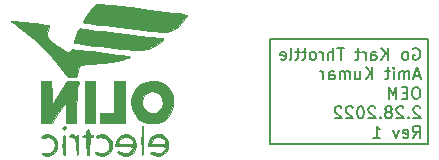
<source format=gbo>
G04 #@! TF.GenerationSoftware,KiCad,Pcbnew,5.1.10*
G04 #@! TF.CreationDate,2022-03-08T21:35:18-05:00*
G04 #@! TF.ProjectId,throttle,7468726f-7474-46c6-952e-6b696361645f,Rev 2*
G04 #@! TF.SameCoordinates,Original*
G04 #@! TF.FileFunction,Legend,Bot*
G04 #@! TF.FilePolarity,Positive*
%FSLAX46Y46*%
G04 Gerber Fmt 4.6, Leading zero omitted, Abs format (unit mm)*
G04 Created by KiCad (PCBNEW 5.1.10) date 2022-03-08 21:35:18*
%MOMM*%
%LPD*%
G01*
G04 APERTURE LIST*
%ADD10C,0.150000*%
%ADD11C,0.010000*%
G04 APERTURE END LIST*
D10*
X205232000Y-98044000D02*
X191897000Y-98044000D01*
X191897000Y-98171000D02*
X191897000Y-98044000D01*
X191897000Y-98425000D02*
X191897000Y-98171000D01*
X191897000Y-106934000D02*
X191897000Y-98425000D01*
X196850000Y-106934000D02*
X191897000Y-106934000D01*
X205232000Y-106934000D02*
X196850000Y-106934000D01*
X205232000Y-98044000D02*
X205232000Y-106934000D01*
X203991595Y-98816000D02*
X204086833Y-98768380D01*
X204229690Y-98768380D01*
X204372547Y-98816000D01*
X204467785Y-98911238D01*
X204515404Y-99006476D01*
X204563023Y-99196952D01*
X204563023Y-99339809D01*
X204515404Y-99530285D01*
X204467785Y-99625523D01*
X204372547Y-99720761D01*
X204229690Y-99768380D01*
X204134452Y-99768380D01*
X203991595Y-99720761D01*
X203943976Y-99673142D01*
X203943976Y-99339809D01*
X204134452Y-99339809D01*
X203372547Y-99768380D02*
X203467785Y-99720761D01*
X203515404Y-99673142D01*
X203563023Y-99577904D01*
X203563023Y-99292190D01*
X203515404Y-99196952D01*
X203467785Y-99149333D01*
X203372547Y-99101714D01*
X203229690Y-99101714D01*
X203134452Y-99149333D01*
X203086833Y-99196952D01*
X203039214Y-99292190D01*
X203039214Y-99577904D01*
X203086833Y-99673142D01*
X203134452Y-99720761D01*
X203229690Y-99768380D01*
X203372547Y-99768380D01*
X201848738Y-99768380D02*
X201848738Y-98768380D01*
X201277309Y-99768380D02*
X201705880Y-99196952D01*
X201277309Y-98768380D02*
X201848738Y-99339809D01*
X200420166Y-99768380D02*
X200420166Y-99244571D01*
X200467785Y-99149333D01*
X200563023Y-99101714D01*
X200753500Y-99101714D01*
X200848738Y-99149333D01*
X200420166Y-99720761D02*
X200515404Y-99768380D01*
X200753500Y-99768380D01*
X200848738Y-99720761D01*
X200896357Y-99625523D01*
X200896357Y-99530285D01*
X200848738Y-99435047D01*
X200753500Y-99387428D01*
X200515404Y-99387428D01*
X200420166Y-99339809D01*
X199943976Y-99768380D02*
X199943976Y-99101714D01*
X199943976Y-99292190D02*
X199896357Y-99196952D01*
X199848738Y-99149333D01*
X199753500Y-99101714D01*
X199658261Y-99101714D01*
X199467785Y-99101714D02*
X199086833Y-99101714D01*
X199324928Y-98768380D02*
X199324928Y-99625523D01*
X199277309Y-99720761D01*
X199182071Y-99768380D01*
X199086833Y-99768380D01*
X198134452Y-98768380D02*
X197563023Y-98768380D01*
X197848738Y-99768380D02*
X197848738Y-98768380D01*
X197229690Y-99768380D02*
X197229690Y-98768380D01*
X196801119Y-99768380D02*
X196801119Y-99244571D01*
X196848738Y-99149333D01*
X196943976Y-99101714D01*
X197086833Y-99101714D01*
X197182071Y-99149333D01*
X197229690Y-99196952D01*
X196324928Y-99768380D02*
X196324928Y-99101714D01*
X196324928Y-99292190D02*
X196277309Y-99196952D01*
X196229690Y-99149333D01*
X196134452Y-99101714D01*
X196039214Y-99101714D01*
X195563023Y-99768380D02*
X195658261Y-99720761D01*
X195705880Y-99673142D01*
X195753500Y-99577904D01*
X195753500Y-99292190D01*
X195705880Y-99196952D01*
X195658261Y-99149333D01*
X195563023Y-99101714D01*
X195420166Y-99101714D01*
X195324928Y-99149333D01*
X195277309Y-99196952D01*
X195229690Y-99292190D01*
X195229690Y-99577904D01*
X195277309Y-99673142D01*
X195324928Y-99720761D01*
X195420166Y-99768380D01*
X195563023Y-99768380D01*
X194943976Y-99101714D02*
X194563023Y-99101714D01*
X194801119Y-98768380D02*
X194801119Y-99625523D01*
X194753500Y-99720761D01*
X194658261Y-99768380D01*
X194563023Y-99768380D01*
X194372547Y-99101714D02*
X193991595Y-99101714D01*
X194229690Y-98768380D02*
X194229690Y-99625523D01*
X194182071Y-99720761D01*
X194086833Y-99768380D01*
X193991595Y-99768380D01*
X193515404Y-99768380D02*
X193610642Y-99720761D01*
X193658261Y-99625523D01*
X193658261Y-98768380D01*
X192753500Y-99720761D02*
X192848738Y-99768380D01*
X193039214Y-99768380D01*
X193134452Y-99720761D01*
X193182071Y-99625523D01*
X193182071Y-99244571D01*
X193134452Y-99149333D01*
X193039214Y-99101714D01*
X192848738Y-99101714D01*
X192753500Y-99149333D01*
X192705880Y-99244571D01*
X192705880Y-99339809D01*
X193182071Y-99435047D01*
X204563023Y-101132666D02*
X204086833Y-101132666D01*
X204658261Y-101418380D02*
X204324928Y-100418380D01*
X203991595Y-101418380D01*
X203658261Y-101418380D02*
X203658261Y-100751714D01*
X203658261Y-100846952D02*
X203610642Y-100799333D01*
X203515404Y-100751714D01*
X203372547Y-100751714D01*
X203277309Y-100799333D01*
X203229690Y-100894571D01*
X203229690Y-101418380D01*
X203229690Y-100894571D02*
X203182071Y-100799333D01*
X203086833Y-100751714D01*
X202943976Y-100751714D01*
X202848738Y-100799333D01*
X202801119Y-100894571D01*
X202801119Y-101418380D01*
X202324928Y-101418380D02*
X202324928Y-100751714D01*
X202324928Y-100418380D02*
X202372547Y-100466000D01*
X202324928Y-100513619D01*
X202277309Y-100466000D01*
X202324928Y-100418380D01*
X202324928Y-100513619D01*
X201991595Y-100751714D02*
X201610642Y-100751714D01*
X201848738Y-100418380D02*
X201848738Y-101275523D01*
X201801119Y-101370761D01*
X201705880Y-101418380D01*
X201610642Y-101418380D01*
X200515404Y-101418380D02*
X200515404Y-100418380D01*
X199943976Y-101418380D02*
X200372547Y-100846952D01*
X199943976Y-100418380D02*
X200515404Y-100989809D01*
X199086833Y-100751714D02*
X199086833Y-101418380D01*
X199515404Y-100751714D02*
X199515404Y-101275523D01*
X199467785Y-101370761D01*
X199372547Y-101418380D01*
X199229690Y-101418380D01*
X199134452Y-101370761D01*
X199086833Y-101323142D01*
X198610642Y-101418380D02*
X198610642Y-100751714D01*
X198610642Y-100846952D02*
X198563023Y-100799333D01*
X198467785Y-100751714D01*
X198324928Y-100751714D01*
X198229690Y-100799333D01*
X198182071Y-100894571D01*
X198182071Y-101418380D01*
X198182071Y-100894571D02*
X198134452Y-100799333D01*
X198039214Y-100751714D01*
X197896357Y-100751714D01*
X197801119Y-100799333D01*
X197753500Y-100894571D01*
X197753500Y-101418380D01*
X196848738Y-101418380D02*
X196848738Y-100894571D01*
X196896357Y-100799333D01*
X196991595Y-100751714D01*
X197182071Y-100751714D01*
X197277309Y-100799333D01*
X196848738Y-101370761D02*
X196943976Y-101418380D01*
X197182071Y-101418380D01*
X197277309Y-101370761D01*
X197324928Y-101275523D01*
X197324928Y-101180285D01*
X197277309Y-101085047D01*
X197182071Y-101037428D01*
X196943976Y-101037428D01*
X196848738Y-100989809D01*
X196372547Y-101418380D02*
X196372547Y-100751714D01*
X196372547Y-100942190D02*
X196324928Y-100846952D01*
X196277309Y-100799333D01*
X196182071Y-100751714D01*
X196086833Y-100751714D01*
X204324928Y-102068380D02*
X204134452Y-102068380D01*
X204039214Y-102116000D01*
X203943976Y-102211238D01*
X203896357Y-102401714D01*
X203896357Y-102735047D01*
X203943976Y-102925523D01*
X204039214Y-103020761D01*
X204134452Y-103068380D01*
X204324928Y-103068380D01*
X204420166Y-103020761D01*
X204515404Y-102925523D01*
X204563023Y-102735047D01*
X204563023Y-102401714D01*
X204515404Y-102211238D01*
X204420166Y-102116000D01*
X204324928Y-102068380D01*
X203467785Y-102544571D02*
X203134452Y-102544571D01*
X202991595Y-103068380D02*
X203467785Y-103068380D01*
X203467785Y-102068380D01*
X202991595Y-102068380D01*
X202563023Y-103068380D02*
X202563023Y-102068380D01*
X202229690Y-102782666D01*
X201896357Y-102068380D01*
X201896357Y-103068380D01*
X204563023Y-103813619D02*
X204515404Y-103766000D01*
X204420166Y-103718380D01*
X204182071Y-103718380D01*
X204086833Y-103766000D01*
X204039214Y-103813619D01*
X203991595Y-103908857D01*
X203991595Y-104004095D01*
X204039214Y-104146952D01*
X204610642Y-104718380D01*
X203991595Y-104718380D01*
X203563023Y-104623142D02*
X203515404Y-104670761D01*
X203563023Y-104718380D01*
X203610642Y-104670761D01*
X203563023Y-104623142D01*
X203563023Y-104718380D01*
X203134452Y-103813619D02*
X203086833Y-103766000D01*
X202991595Y-103718380D01*
X202753500Y-103718380D01*
X202658261Y-103766000D01*
X202610642Y-103813619D01*
X202563023Y-103908857D01*
X202563023Y-104004095D01*
X202610642Y-104146952D01*
X203182071Y-104718380D01*
X202563023Y-104718380D01*
X201991595Y-104146952D02*
X202086833Y-104099333D01*
X202134452Y-104051714D01*
X202182071Y-103956476D01*
X202182071Y-103908857D01*
X202134452Y-103813619D01*
X202086833Y-103766000D01*
X201991595Y-103718380D01*
X201801119Y-103718380D01*
X201705880Y-103766000D01*
X201658261Y-103813619D01*
X201610642Y-103908857D01*
X201610642Y-103956476D01*
X201658261Y-104051714D01*
X201705880Y-104099333D01*
X201801119Y-104146952D01*
X201991595Y-104146952D01*
X202086833Y-104194571D01*
X202134452Y-104242190D01*
X202182071Y-104337428D01*
X202182071Y-104527904D01*
X202134452Y-104623142D01*
X202086833Y-104670761D01*
X201991595Y-104718380D01*
X201801119Y-104718380D01*
X201705880Y-104670761D01*
X201658261Y-104623142D01*
X201610642Y-104527904D01*
X201610642Y-104337428D01*
X201658261Y-104242190D01*
X201705880Y-104194571D01*
X201801119Y-104146952D01*
X201182071Y-104623142D02*
X201134452Y-104670761D01*
X201182071Y-104718380D01*
X201229690Y-104670761D01*
X201182071Y-104623142D01*
X201182071Y-104718380D01*
X200753500Y-103813619D02*
X200705880Y-103766000D01*
X200610642Y-103718380D01*
X200372547Y-103718380D01*
X200277309Y-103766000D01*
X200229690Y-103813619D01*
X200182071Y-103908857D01*
X200182071Y-104004095D01*
X200229690Y-104146952D01*
X200801119Y-104718380D01*
X200182071Y-104718380D01*
X199563023Y-103718380D02*
X199467785Y-103718380D01*
X199372547Y-103766000D01*
X199324928Y-103813619D01*
X199277309Y-103908857D01*
X199229690Y-104099333D01*
X199229690Y-104337428D01*
X199277309Y-104527904D01*
X199324928Y-104623142D01*
X199372547Y-104670761D01*
X199467785Y-104718380D01*
X199563023Y-104718380D01*
X199658261Y-104670761D01*
X199705880Y-104623142D01*
X199753500Y-104527904D01*
X199801119Y-104337428D01*
X199801119Y-104099333D01*
X199753500Y-103908857D01*
X199705880Y-103813619D01*
X199658261Y-103766000D01*
X199563023Y-103718380D01*
X198848738Y-103813619D02*
X198801119Y-103766000D01*
X198705880Y-103718380D01*
X198467785Y-103718380D01*
X198372547Y-103766000D01*
X198324928Y-103813619D01*
X198277309Y-103908857D01*
X198277309Y-104004095D01*
X198324928Y-104146952D01*
X198896357Y-104718380D01*
X198277309Y-104718380D01*
X197896357Y-103813619D02*
X197848738Y-103766000D01*
X197753500Y-103718380D01*
X197515404Y-103718380D01*
X197420166Y-103766000D01*
X197372547Y-103813619D01*
X197324928Y-103908857D01*
X197324928Y-104004095D01*
X197372547Y-104146952D01*
X197943976Y-104718380D01*
X197324928Y-104718380D01*
X203943976Y-106368380D02*
X204277309Y-105892190D01*
X204515404Y-106368380D02*
X204515404Y-105368380D01*
X204134452Y-105368380D01*
X204039214Y-105416000D01*
X203991595Y-105463619D01*
X203943976Y-105558857D01*
X203943976Y-105701714D01*
X203991595Y-105796952D01*
X204039214Y-105844571D01*
X204134452Y-105892190D01*
X204515404Y-105892190D01*
X203134452Y-106320761D02*
X203229690Y-106368380D01*
X203420166Y-106368380D01*
X203515404Y-106320761D01*
X203563023Y-106225523D01*
X203563023Y-105844571D01*
X203515404Y-105749333D01*
X203420166Y-105701714D01*
X203229690Y-105701714D01*
X203134452Y-105749333D01*
X203086833Y-105844571D01*
X203086833Y-105939809D01*
X203563023Y-106035047D01*
X202753500Y-105701714D02*
X202515404Y-106368380D01*
X202277309Y-105701714D01*
X200610642Y-106368380D02*
X201182071Y-106368380D01*
X200896357Y-106368380D02*
X200896357Y-105368380D01*
X200991595Y-105511238D01*
X201086833Y-105606476D01*
X201182071Y-105654095D01*
D11*
G36*
X182306268Y-106092434D02*
G01*
X181960491Y-106206567D01*
X181707191Y-106425587D01*
X181577836Y-106717944D01*
X181567667Y-106832888D01*
X181567667Y-107082167D01*
X182287333Y-107082167D01*
X182683430Y-107093817D01*
X182922924Y-107134879D01*
X183017329Y-107214513D01*
X182978161Y-107341884D01*
X182829548Y-107513619D01*
X182597996Y-107635388D01*
X182281919Y-107655831D01*
X181934058Y-107572776D01*
X181885167Y-107552477D01*
X181763856Y-107537626D01*
X181737000Y-107619462D01*
X181815680Y-107734292D01*
X182028107Y-107832056D01*
X182054500Y-107839715D01*
X182314626Y-107905632D01*
X182485504Y-107915717D01*
X182640124Y-107862636D01*
X182811097Y-107763714D01*
X183089345Y-107536392D01*
X183229488Y-107255659D01*
X183261000Y-106952266D01*
X183233316Y-106756622D01*
X183007000Y-106756622D01*
X182988339Y-106836863D01*
X182909339Y-106883969D01*
X182735475Y-106906435D01*
X182432224Y-106912753D01*
X182372000Y-106912833D01*
X182068450Y-106908137D01*
X181843910Y-106895714D01*
X181739767Y-106878065D01*
X181737000Y-106874484D01*
X181768381Y-106777683D01*
X181836182Y-106618454D01*
X181997529Y-106427576D01*
X182233485Y-106328774D01*
X182498223Y-106316639D01*
X182745917Y-106385764D01*
X182930739Y-106530741D01*
X183006864Y-106746161D01*
X183007000Y-106756622D01*
X183233316Y-106756622D01*
X183226925Y-106711462D01*
X183102207Y-106496235D01*
X182962303Y-106343202D01*
X182765969Y-106163698D01*
X182607056Y-106085171D01*
X182412968Y-106079871D01*
X182306268Y-106092434D01*
G37*
X182306268Y-106092434D02*
X181960491Y-106206567D01*
X181707191Y-106425587D01*
X181577836Y-106717944D01*
X181567667Y-106832888D01*
X181567667Y-107082167D01*
X182287333Y-107082167D01*
X182683430Y-107093817D01*
X182922924Y-107134879D01*
X183017329Y-107214513D01*
X182978161Y-107341884D01*
X182829548Y-107513619D01*
X182597996Y-107635388D01*
X182281919Y-107655831D01*
X181934058Y-107572776D01*
X181885167Y-107552477D01*
X181763856Y-107537626D01*
X181737000Y-107619462D01*
X181815680Y-107734292D01*
X182028107Y-107832056D01*
X182054500Y-107839715D01*
X182314626Y-107905632D01*
X182485504Y-107915717D01*
X182640124Y-107862636D01*
X182811097Y-107763714D01*
X183089345Y-107536392D01*
X183229488Y-107255659D01*
X183261000Y-106952266D01*
X183233316Y-106756622D01*
X183007000Y-106756622D01*
X182988339Y-106836863D01*
X182909339Y-106883969D01*
X182735475Y-106906435D01*
X182432224Y-106912753D01*
X182372000Y-106912833D01*
X182068450Y-106908137D01*
X181843910Y-106895714D01*
X181739767Y-106878065D01*
X181737000Y-106874484D01*
X181768381Y-106777683D01*
X181836182Y-106618454D01*
X181997529Y-106427576D01*
X182233485Y-106328774D01*
X182498223Y-106316639D01*
X182745917Y-106385764D01*
X182930739Y-106530741D01*
X183006864Y-106746161D01*
X183007000Y-106756622D01*
X183233316Y-106756622D01*
X183226925Y-106711462D01*
X183102207Y-106496235D01*
X182962303Y-106343202D01*
X182765969Y-106163698D01*
X182607056Y-106085171D01*
X182412968Y-106079871D01*
X182306268Y-106092434D01*
G36*
X179351538Y-106135688D02*
G01*
X179103661Y-106311253D01*
X178897323Y-106544249D01*
X178782776Y-106785744D01*
X178773667Y-106862033D01*
X178773667Y-107082167D01*
X179535667Y-107082167D01*
X179922186Y-107091609D01*
X180181344Y-107118477D01*
X180294284Y-107160579D01*
X180297667Y-107170682D01*
X180242598Y-107285611D01*
X180108180Y-107448340D01*
X180089849Y-107467015D01*
X179812472Y-107634531D01*
X179485651Y-107670431D01*
X179172376Y-107569721D01*
X179131172Y-107543032D01*
X178995319Y-107458674D01*
X178947838Y-107479557D01*
X178943000Y-107547352D01*
X179014868Y-107658065D01*
X179190582Y-107779642D01*
X179410309Y-107879564D01*
X179614212Y-107925310D01*
X179638781Y-107925519D01*
X179785648Y-107891327D01*
X180000023Y-107812237D01*
X180025669Y-107801274D01*
X180305636Y-107603525D01*
X180464364Y-107331879D01*
X180510552Y-107021020D01*
X180471327Y-106806448D01*
X180292505Y-106806448D01*
X180181612Y-106876450D01*
X179923912Y-106907819D01*
X179662667Y-106912833D01*
X179336488Y-106908242D01*
X179144999Y-106888808D01*
X179053675Y-106846038D01*
X179027992Y-106771437D01*
X179027667Y-106756622D01*
X179099692Y-106537672D01*
X179284875Y-106386201D01*
X179536876Y-106312814D01*
X179809357Y-106328117D01*
X180055978Y-106442717D01*
X180125035Y-106505465D01*
X180269382Y-106686543D01*
X180292505Y-106806448D01*
X180471327Y-106806448D01*
X180452897Y-106705637D01*
X180300095Y-106420416D01*
X180060845Y-106200044D01*
X179743842Y-106079208D01*
X179590700Y-106066483D01*
X179351538Y-106135688D01*
G37*
X179351538Y-106135688D02*
X179103661Y-106311253D01*
X178897323Y-106544249D01*
X178782776Y-106785744D01*
X178773667Y-106862033D01*
X178773667Y-107082167D01*
X179535667Y-107082167D01*
X179922186Y-107091609D01*
X180181344Y-107118477D01*
X180294284Y-107160579D01*
X180297667Y-107170682D01*
X180242598Y-107285611D01*
X180108180Y-107448340D01*
X180089849Y-107467015D01*
X179812472Y-107634531D01*
X179485651Y-107670431D01*
X179172376Y-107569721D01*
X179131172Y-107543032D01*
X178995319Y-107458674D01*
X178947838Y-107479557D01*
X178943000Y-107547352D01*
X179014868Y-107658065D01*
X179190582Y-107779642D01*
X179410309Y-107879564D01*
X179614212Y-107925310D01*
X179638781Y-107925519D01*
X179785648Y-107891327D01*
X180000023Y-107812237D01*
X180025669Y-107801274D01*
X180305636Y-107603525D01*
X180464364Y-107331879D01*
X180510552Y-107021020D01*
X180471327Y-106806448D01*
X180292505Y-106806448D01*
X180181612Y-106876450D01*
X179923912Y-106907819D01*
X179662667Y-106912833D01*
X179336488Y-106908242D01*
X179144999Y-106888808D01*
X179053675Y-106846038D01*
X179027992Y-106771437D01*
X179027667Y-106756622D01*
X179099692Y-106537672D01*
X179284875Y-106386201D01*
X179536876Y-106312814D01*
X179809357Y-106328117D01*
X180055978Y-106442717D01*
X180125035Y-106505465D01*
X180269382Y-106686543D01*
X180292505Y-106806448D01*
X180471327Y-106806448D01*
X180452897Y-106705637D01*
X180300095Y-106420416D01*
X180060845Y-106200044D01*
X179743842Y-106079208D01*
X179590700Y-106066483D01*
X179351538Y-106135688D01*
G36*
X177325528Y-106121603D02*
G01*
X177285521Y-106138380D01*
X177113314Y-106242877D01*
X177100121Y-106317315D01*
X177236774Y-106351354D01*
X177464895Y-106340687D01*
X177831527Y-106360598D01*
X178092850Y-106508194D01*
X178238287Y-106774685D01*
X178265667Y-107006113D01*
X178192769Y-107312094D01*
X178000952Y-107537538D01*
X177730530Y-107659515D01*
X177421818Y-107655093D01*
X177244101Y-107587188D01*
X177116415Y-107543352D01*
X177080411Y-107616969D01*
X177080333Y-107624524D01*
X177103306Y-107737808D01*
X177201237Y-107808619D01*
X177417648Y-107865485D01*
X177461333Y-107874244D01*
X177731989Y-107874301D01*
X177979637Y-107808188D01*
X178298957Y-107587309D01*
X178479542Y-107271145D01*
X178519667Y-106985157D01*
X178446281Y-106647058D01*
X178251745Y-106365286D01*
X177974488Y-106166207D01*
X177652939Y-106076190D01*
X177325528Y-106121603D01*
G37*
X177325528Y-106121603D02*
X177285521Y-106138380D01*
X177113314Y-106242877D01*
X177100121Y-106317315D01*
X177236774Y-106351354D01*
X177464895Y-106340687D01*
X177831527Y-106360598D01*
X178092850Y-106508194D01*
X178238287Y-106774685D01*
X178265667Y-107006113D01*
X178192769Y-107312094D01*
X178000952Y-107537538D01*
X177730530Y-107659515D01*
X177421818Y-107655093D01*
X177244101Y-107587188D01*
X177116415Y-107543352D01*
X177080411Y-107616969D01*
X177080333Y-107624524D01*
X177103306Y-107737808D01*
X177201237Y-107808619D01*
X177417648Y-107865485D01*
X177461333Y-107874244D01*
X177731989Y-107874301D01*
X177979637Y-107808188D01*
X178298957Y-107587309D01*
X178479542Y-107271145D01*
X178519667Y-106985157D01*
X178446281Y-106647058D01*
X178251745Y-106365286D01*
X177974488Y-106166207D01*
X177652939Y-106076190D01*
X177325528Y-106121603D01*
G36*
X172642258Y-106117558D02*
G01*
X172525496Y-106221636D01*
X172508333Y-106284775D01*
X172561485Y-106360998D01*
X172738204Y-106354469D01*
X172759219Y-106350423D01*
X173130753Y-106338426D01*
X173413454Y-106465116D01*
X173566923Y-106659329D01*
X173653248Y-106982063D01*
X173571673Y-107287373D01*
X173393533Y-107509070D01*
X173215782Y-107634475D01*
X173008882Y-107666597D01*
X172850363Y-107652155D01*
X172614474Y-107643923D01*
X172516271Y-107688318D01*
X172566997Y-107767861D01*
X172725512Y-107846262D01*
X172904328Y-107907692D01*
X173035623Y-107913997D01*
X173199999Y-107859905D01*
X173322971Y-107807174D01*
X173641082Y-107588662D01*
X173821017Y-107273009D01*
X173863000Y-106970194D01*
X173787344Y-106627559D01*
X173586383Y-106344552D01*
X173299124Y-106148419D01*
X172964578Y-106066407D01*
X172642258Y-106117558D01*
G37*
X172642258Y-106117558D02*
X172525496Y-106221636D01*
X172508333Y-106284775D01*
X172561485Y-106360998D01*
X172738204Y-106354469D01*
X172759219Y-106350423D01*
X173130753Y-106338426D01*
X173413454Y-106465116D01*
X173566923Y-106659329D01*
X173653248Y-106982063D01*
X173571673Y-107287373D01*
X173393533Y-107509070D01*
X173215782Y-107634475D01*
X173008882Y-107666597D01*
X172850363Y-107652155D01*
X172614474Y-107643923D01*
X172516271Y-107688318D01*
X172566997Y-107767861D01*
X172725512Y-107846262D01*
X172904328Y-107907692D01*
X173035623Y-107913997D01*
X173199999Y-107859905D01*
X173322971Y-107807174D01*
X173641082Y-107588662D01*
X173821017Y-107273009D01*
X173863000Y-106970194D01*
X173787344Y-106627559D01*
X173586383Y-106344552D01*
X173299124Y-106148419D01*
X172964578Y-106066407D01*
X172642258Y-106117558D01*
G36*
X181024760Y-105470896D02*
G01*
X180998321Y-105706991D01*
X180981394Y-106081984D01*
X180975024Y-106580735D01*
X180975000Y-106616500D01*
X180980660Y-107122654D01*
X180996942Y-107506016D01*
X181022804Y-107751451D01*
X181057200Y-107843821D01*
X181059667Y-107844167D01*
X181094574Y-107762104D01*
X181121013Y-107526008D01*
X181137939Y-107151016D01*
X181144310Y-106652264D01*
X181144333Y-106616500D01*
X181138674Y-106110346D01*
X181122392Y-105726983D01*
X181096530Y-105481548D01*
X181062133Y-105389179D01*
X181059667Y-105388833D01*
X181024760Y-105470896D01*
G37*
X181024760Y-105470896D02*
X180998321Y-105706991D01*
X180981394Y-106081984D01*
X180975024Y-106580735D01*
X180975000Y-106616500D01*
X180980660Y-107122654D01*
X180996942Y-107506016D01*
X181022804Y-107751451D01*
X181057200Y-107843821D01*
X181059667Y-107844167D01*
X181094574Y-107762104D01*
X181121013Y-107526008D01*
X181137939Y-107151016D01*
X181144310Y-106652264D01*
X181144333Y-106616500D01*
X181138674Y-106110346D01*
X181122392Y-105726983D01*
X181096530Y-105481548D01*
X181062133Y-105389179D01*
X181059667Y-105388833D01*
X181024760Y-105470896D01*
G36*
X176344507Y-105718561D02*
G01*
X176318333Y-105896833D01*
X176291723Y-106082753D01*
X176192712Y-106148213D01*
X176149000Y-106150833D01*
X176011420Y-106186289D01*
X175979667Y-106235500D01*
X176050579Y-106304290D01*
X176149000Y-106320167D01*
X176229452Y-106332899D01*
X176279444Y-106392582D01*
X176306137Y-106531446D01*
X176316694Y-106781719D01*
X176318333Y-107082167D01*
X176323283Y-107453916D01*
X176341346Y-107685474D01*
X176377345Y-107805778D01*
X176436104Y-107843765D01*
X176445333Y-107844167D01*
X176507292Y-107814471D01*
X176545885Y-107706094D01*
X176565935Y-107490097D01*
X176572267Y-107137541D01*
X176572333Y-107082167D01*
X176575163Y-106720132D01*
X176588426Y-106495169D01*
X176619285Y-106375050D01*
X176674901Y-106327546D01*
X176741667Y-106320167D01*
X176879247Y-106284710D01*
X176911000Y-106235500D01*
X176840088Y-106166710D01*
X176741667Y-106150833D01*
X176617720Y-106110917D01*
X176574080Y-105962400D01*
X176572333Y-105896833D01*
X176534469Y-105695181D01*
X176445333Y-105642833D01*
X176344507Y-105718561D01*
G37*
X176344507Y-105718561D02*
X176318333Y-105896833D01*
X176291723Y-106082753D01*
X176192712Y-106148213D01*
X176149000Y-106150833D01*
X176011420Y-106186289D01*
X175979667Y-106235500D01*
X176050579Y-106304290D01*
X176149000Y-106320167D01*
X176229452Y-106332899D01*
X176279444Y-106392582D01*
X176306137Y-106531446D01*
X176316694Y-106781719D01*
X176318333Y-107082167D01*
X176323283Y-107453916D01*
X176341346Y-107685474D01*
X176377345Y-107805778D01*
X176436104Y-107843765D01*
X176445333Y-107844167D01*
X176507292Y-107814471D01*
X176545885Y-107706094D01*
X176565935Y-107490097D01*
X176572267Y-107137541D01*
X176572333Y-107082167D01*
X176575163Y-106720132D01*
X176588426Y-106495169D01*
X176619285Y-106375050D01*
X176674901Y-106327546D01*
X176741667Y-106320167D01*
X176879247Y-106284710D01*
X176911000Y-106235500D01*
X176840088Y-106166710D01*
X176741667Y-106150833D01*
X176617720Y-106110917D01*
X176574080Y-105962400D01*
X176572333Y-105896833D01*
X176534469Y-105695181D01*
X176445333Y-105642833D01*
X176344507Y-105718561D01*
G36*
X174883814Y-106155012D02*
G01*
X174879000Y-106193167D01*
X174952438Y-106295409D01*
X175087688Y-106320167D01*
X175265200Y-106363350D01*
X175382517Y-106506882D01*
X175448338Y-106771737D01*
X175471363Y-107178887D01*
X175471667Y-107245934D01*
X175482759Y-107552081D01*
X175512531Y-107763873D01*
X175555723Y-107844153D01*
X175556333Y-107844167D01*
X175595665Y-107763671D01*
X175624102Y-107538450D01*
X175639203Y-107192897D01*
X175641000Y-106997500D01*
X175632951Y-106604180D01*
X175610428Y-106319816D01*
X175575873Y-106168805D01*
X175556333Y-106150833D01*
X175476276Y-106216869D01*
X175471667Y-106248622D01*
X175422759Y-106278890D01*
X175316833Y-106206289D01*
X175133633Y-106093187D01*
X174972325Y-106075586D01*
X174883814Y-106155012D01*
G37*
X174883814Y-106155012D02*
X174879000Y-106193167D01*
X174952438Y-106295409D01*
X175087688Y-106320167D01*
X175265200Y-106363350D01*
X175382517Y-106506882D01*
X175448338Y-106771737D01*
X175471363Y-107178887D01*
X175471667Y-107245934D01*
X175482759Y-107552081D01*
X175512531Y-107763873D01*
X175555723Y-107844153D01*
X175556333Y-107844167D01*
X175595665Y-107763671D01*
X175624102Y-107538450D01*
X175639203Y-107192897D01*
X175641000Y-106997500D01*
X175632951Y-106604180D01*
X175610428Y-106319816D01*
X175575873Y-106168805D01*
X175556333Y-106150833D01*
X175476276Y-106216869D01*
X175471667Y-106248622D01*
X175422759Y-106278890D01*
X175316833Y-106206289D01*
X175133633Y-106093187D01*
X174972325Y-106075586D01*
X174883814Y-106155012D01*
G36*
X174354111Y-106178811D02*
G01*
X174316089Y-106281314D01*
X174295089Y-106486193D01*
X174286935Y-106821301D01*
X174286333Y-106997500D01*
X174290530Y-107392318D01*
X174305906Y-107645800D01*
X174336638Y-107785796D01*
X174386904Y-107840160D01*
X174413333Y-107844167D01*
X174472556Y-107816188D01*
X174510578Y-107713685D01*
X174531578Y-107508806D01*
X174539732Y-107173699D01*
X174540333Y-106997500D01*
X174536137Y-106602682D01*
X174520761Y-106349200D01*
X174490029Y-106209203D01*
X174439763Y-106154840D01*
X174413333Y-106150833D01*
X174354111Y-106178811D01*
G37*
X174354111Y-106178811D02*
X174316089Y-106281314D01*
X174295089Y-106486193D01*
X174286935Y-106821301D01*
X174286333Y-106997500D01*
X174290530Y-107392318D01*
X174305906Y-107645800D01*
X174336638Y-107785796D01*
X174386904Y-107840160D01*
X174413333Y-107844167D01*
X174472556Y-107816188D01*
X174510578Y-107713685D01*
X174531578Y-107508806D01*
X174539732Y-107173699D01*
X174540333Y-106997500D01*
X174536137Y-106602682D01*
X174520761Y-106349200D01*
X174490029Y-106209203D01*
X174439763Y-106154840D01*
X174413333Y-106150833D01*
X174354111Y-106178811D01*
G36*
X174301027Y-105454045D02*
G01*
X174286333Y-105510836D01*
X174333205Y-105649419D01*
X174433233Y-105696524D01*
X174486191Y-105668754D01*
X174541223Y-105534150D01*
X174490620Y-105416501D01*
X174413333Y-105388833D01*
X174301027Y-105454045D01*
G37*
X174301027Y-105454045D02*
X174286333Y-105510836D01*
X174333205Y-105649419D01*
X174433233Y-105696524D01*
X174486191Y-105668754D01*
X174541223Y-105534150D01*
X174490620Y-105416501D01*
X174413333Y-105388833D01*
X174301027Y-105454045D01*
G36*
X181360187Y-101628408D02*
G01*
X180887972Y-101845996D01*
X180509455Y-102184477D01*
X180244400Y-102624081D01*
X180112573Y-103145035D01*
X180101520Y-103356833D01*
X180177867Y-103896742D01*
X180391977Y-104364249D01*
X180721452Y-104741931D01*
X181143895Y-105012363D01*
X181636908Y-105158122D01*
X182178095Y-105161784D01*
X182375740Y-105126043D01*
X182842536Y-104936367D01*
X183224322Y-104616239D01*
X183502315Y-104191055D01*
X183657732Y-103686208D01*
X183679284Y-103419342D01*
X182794176Y-103419342D01*
X182700483Y-103762087D01*
X182495007Y-104045302D01*
X182202996Y-104232104D01*
X181906333Y-104287534D01*
X181689321Y-104243410D01*
X181446773Y-104136081D01*
X181428229Y-104125069D01*
X181171506Y-103884375D01*
X181041894Y-103581649D01*
X181029028Y-103253723D01*
X181122543Y-102937429D01*
X181312073Y-102669600D01*
X181587254Y-102487067D01*
X181906333Y-102426133D01*
X182226377Y-102502151D01*
X182517608Y-102701005D01*
X182721112Y-102978896D01*
X182750838Y-103053947D01*
X182794176Y-103419342D01*
X183679284Y-103419342D01*
X183684333Y-103356833D01*
X183610566Y-102795354D01*
X183399879Y-102318824D01*
X183068192Y-101943412D01*
X182631430Y-101685283D01*
X182105512Y-101560605D01*
X181906333Y-101551485D01*
X181360187Y-101628408D01*
G37*
X181360187Y-101628408D02*
X180887972Y-101845996D01*
X180509455Y-102184477D01*
X180244400Y-102624081D01*
X180112573Y-103145035D01*
X180101520Y-103356833D01*
X180177867Y-103896742D01*
X180391977Y-104364249D01*
X180721452Y-104741931D01*
X181143895Y-105012363D01*
X181636908Y-105158122D01*
X182178095Y-105161784D01*
X182375740Y-105126043D01*
X182842536Y-104936367D01*
X183224322Y-104616239D01*
X183502315Y-104191055D01*
X183657732Y-103686208D01*
X183679284Y-103419342D01*
X182794176Y-103419342D01*
X182700483Y-103762087D01*
X182495007Y-104045302D01*
X182202996Y-104232104D01*
X181906333Y-104287534D01*
X181689321Y-104243410D01*
X181446773Y-104136081D01*
X181428229Y-104125069D01*
X181171506Y-103884375D01*
X181041894Y-103581649D01*
X181029028Y-103253723D01*
X181122543Y-102937429D01*
X181312073Y-102669600D01*
X181587254Y-102487067D01*
X181906333Y-102426133D01*
X182226377Y-102502151D01*
X182517608Y-102701005D01*
X182721112Y-102978896D01*
X182750838Y-103053947D01*
X182794176Y-103419342D01*
X183679284Y-103419342D01*
X183684333Y-103356833D01*
X183610566Y-102795354D01*
X183399879Y-102318824D01*
X183068192Y-101943412D01*
X182631430Y-101685283D01*
X182105512Y-101560605D01*
X181906333Y-101551485D01*
X181360187Y-101628408D01*
G36*
X178689000Y-104288167D02*
G01*
X177503667Y-104288167D01*
X177503667Y-105134833D01*
X179620333Y-105134833D01*
X179620333Y-101578833D01*
X178689000Y-101578833D01*
X178689000Y-104288167D01*
G37*
X178689000Y-104288167D02*
X177503667Y-104288167D01*
X177503667Y-105134833D01*
X179620333Y-105134833D01*
X179620333Y-101578833D01*
X178689000Y-101578833D01*
X178689000Y-104288167D01*
G36*
X176233667Y-105134833D02*
G01*
X177080333Y-105134833D01*
X177080333Y-101578833D01*
X176233667Y-101578833D01*
X176233667Y-105134833D01*
G37*
X176233667Y-105134833D02*
X177080333Y-105134833D01*
X177080333Y-101578833D01*
X176233667Y-101578833D01*
X176233667Y-105134833D01*
G36*
X172508333Y-105134833D02*
G01*
X173397333Y-105132027D01*
X173947667Y-104288167D01*
X174166765Y-103959810D01*
X174355643Y-103690882D01*
X174494042Y-103509280D01*
X174561500Y-103442903D01*
X174588151Y-103520968D01*
X174609295Y-103732585D01*
X174622245Y-104041994D01*
X174625000Y-104288167D01*
X174625000Y-105134833D01*
X175471667Y-105134833D01*
X175471667Y-103584682D01*
X175474395Y-103003805D01*
X175483677Y-102569507D01*
X175501157Y-102259106D01*
X175528479Y-102049921D01*
X175567288Y-101919267D01*
X175595974Y-101870182D01*
X175692563Y-101722117D01*
X175690410Y-101634703D01*
X175568171Y-101592399D01*
X175304506Y-101579663D01*
X175196500Y-101579283D01*
X174667333Y-101579733D01*
X173397333Y-103557239D01*
X173373480Y-102568036D01*
X173349626Y-101578833D01*
X172508333Y-101578833D01*
X172508333Y-105134833D01*
G37*
X172508333Y-105134833D02*
X173397333Y-105132027D01*
X173947667Y-104288167D01*
X174166765Y-103959810D01*
X174355643Y-103690882D01*
X174494042Y-103509280D01*
X174561500Y-103442903D01*
X174588151Y-103520968D01*
X174609295Y-103732585D01*
X174622245Y-104041994D01*
X174625000Y-104288167D01*
X174625000Y-105134833D01*
X175471667Y-105134833D01*
X175471667Y-103584682D01*
X175474395Y-103003805D01*
X175483677Y-102569507D01*
X175501157Y-102259106D01*
X175528479Y-102049921D01*
X175567288Y-101919267D01*
X175595974Y-101870182D01*
X175692563Y-101722117D01*
X175690410Y-101634703D01*
X175568171Y-101592399D01*
X175304506Y-101579663D01*
X175196500Y-101579283D01*
X174667333Y-101579733D01*
X173397333Y-103557239D01*
X173373480Y-102568036D01*
X173349626Y-101578833D01*
X172508333Y-101578833D01*
X172508333Y-105134833D01*
G36*
X169886401Y-96467877D02*
G01*
X169909895Y-96538004D01*
X169974894Y-96585488D01*
X170139551Y-96694147D01*
X170404135Y-96887240D01*
X170738302Y-97141020D01*
X171111709Y-97431736D01*
X171494012Y-97735642D01*
X171854868Y-98028989D01*
X172163933Y-98288028D01*
X172287664Y-98395582D01*
X172748263Y-98831621D01*
X173228426Y-99335578D01*
X173688745Y-99862607D01*
X174089815Y-100367860D01*
X174357818Y-100751576D01*
X174527090Y-101008449D01*
X174653281Y-101153684D01*
X174782949Y-101219301D01*
X174962654Y-101237324D01*
X175065664Y-101238409D01*
X175308483Y-101232037D01*
X175433419Y-101188542D01*
X175491851Y-101075575D01*
X175517713Y-100953820D01*
X175604313Y-100668138D01*
X175724652Y-100415523D01*
X175794877Y-100308528D01*
X175873218Y-100235108D01*
X175992377Y-100186417D01*
X176185060Y-100153612D01*
X176483968Y-100127848D01*
X176881269Y-100102740D01*
X177356510Y-100066468D01*
X177844927Y-100016720D01*
X178279228Y-99960938D01*
X178517905Y-99921737D01*
X178924908Y-99837843D01*
X179309464Y-99746821D01*
X179640124Y-99657525D01*
X179885436Y-99578811D01*
X180013951Y-99519532D01*
X180023026Y-99497970D01*
X179935101Y-99480293D01*
X179704588Y-99445657D01*
X179357027Y-99397297D01*
X178917957Y-99338449D01*
X178412914Y-99272348D01*
X177867439Y-99202229D01*
X177307068Y-99131327D01*
X176757340Y-99062876D01*
X176243794Y-99000113D01*
X175791968Y-98946273D01*
X175427401Y-98904590D01*
X175175630Y-98878299D01*
X175069500Y-98870472D01*
X174975810Y-98937723D01*
X174963667Y-98996500D01*
X174904381Y-99100440D01*
X174737426Y-99096971D01*
X174479161Y-98993970D01*
X174145941Y-98799319D01*
X173754122Y-98520896D01*
X173422304Y-98253979D01*
X173138724Y-97985276D01*
X172991237Y-97753098D01*
X172965315Y-97516597D01*
X173046428Y-97234928D01*
X173053618Y-97217525D01*
X173128572Y-97008728D01*
X173153840Y-96874686D01*
X173148325Y-96856603D01*
X173052409Y-96831073D01*
X172821227Y-96792381D01*
X172486566Y-96744316D01*
X172080217Y-96690665D01*
X171633967Y-96635218D01*
X171179607Y-96581763D01*
X170748924Y-96534087D01*
X170373708Y-96495980D01*
X170085747Y-96471229D01*
X169916831Y-96463622D01*
X169886401Y-96467877D01*
G37*
X169886401Y-96467877D02*
X169909895Y-96538004D01*
X169974894Y-96585488D01*
X170139551Y-96694147D01*
X170404135Y-96887240D01*
X170738302Y-97141020D01*
X171111709Y-97431736D01*
X171494012Y-97735642D01*
X171854868Y-98028989D01*
X172163933Y-98288028D01*
X172287664Y-98395582D01*
X172748263Y-98831621D01*
X173228426Y-99335578D01*
X173688745Y-99862607D01*
X174089815Y-100367860D01*
X174357818Y-100751576D01*
X174527090Y-101008449D01*
X174653281Y-101153684D01*
X174782949Y-101219301D01*
X174962654Y-101237324D01*
X175065664Y-101238409D01*
X175308483Y-101232037D01*
X175433419Y-101188542D01*
X175491851Y-101075575D01*
X175517713Y-100953820D01*
X175604313Y-100668138D01*
X175724652Y-100415523D01*
X175794877Y-100308528D01*
X175873218Y-100235108D01*
X175992377Y-100186417D01*
X176185060Y-100153612D01*
X176483968Y-100127848D01*
X176881269Y-100102740D01*
X177356510Y-100066468D01*
X177844927Y-100016720D01*
X178279228Y-99960938D01*
X178517905Y-99921737D01*
X178924908Y-99837843D01*
X179309464Y-99746821D01*
X179640124Y-99657525D01*
X179885436Y-99578811D01*
X180013951Y-99519532D01*
X180023026Y-99497970D01*
X179935101Y-99480293D01*
X179704588Y-99445657D01*
X179357027Y-99397297D01*
X178917957Y-99338449D01*
X178412914Y-99272348D01*
X177867439Y-99202229D01*
X177307068Y-99131327D01*
X176757340Y-99062876D01*
X176243794Y-99000113D01*
X175791968Y-98946273D01*
X175427401Y-98904590D01*
X175175630Y-98878299D01*
X175069500Y-98870472D01*
X174975810Y-98937723D01*
X174963667Y-98996500D01*
X174904381Y-99100440D01*
X174737426Y-99096971D01*
X174479161Y-98993970D01*
X174145941Y-98799319D01*
X173754122Y-98520896D01*
X173422304Y-98253979D01*
X173138724Y-97985276D01*
X172991237Y-97753098D01*
X172965315Y-97516597D01*
X173046428Y-97234928D01*
X173053618Y-97217525D01*
X173128572Y-97008728D01*
X173153840Y-96874686D01*
X173148325Y-96856603D01*
X173052409Y-96831073D01*
X172821227Y-96792381D01*
X172486566Y-96744316D01*
X172080217Y-96690665D01*
X171633967Y-96635218D01*
X171179607Y-96581763D01*
X170748924Y-96534087D01*
X170373708Y-96495980D01*
X170085747Y-96471229D01*
X169916831Y-96463622D01*
X169886401Y-96467877D01*
G36*
X175690198Y-97145413D02*
G01*
X175607861Y-97250566D01*
X175511580Y-97462368D01*
X175424121Y-97682428D01*
X175317588Y-97972395D01*
X175248703Y-98196723D01*
X175229948Y-98313782D01*
X175232872Y-98320261D01*
X175331329Y-98346506D01*
X175573705Y-98386756D01*
X175935424Y-98438192D01*
X176391910Y-98498000D01*
X176918587Y-98563362D01*
X177490878Y-98631461D01*
X178084207Y-98699482D01*
X178673998Y-98764607D01*
X179235675Y-98824021D01*
X179744661Y-98874905D01*
X180176380Y-98914445D01*
X180506255Y-98939823D01*
X180709711Y-98948222D01*
X180712029Y-98948201D01*
X181060355Y-98927083D01*
X181389647Y-98878476D01*
X181582597Y-98827792D01*
X181824193Y-98720187D01*
X182105339Y-98567675D01*
X182386520Y-98395568D01*
X182628219Y-98229176D01*
X182790919Y-98093812D01*
X182837667Y-98023885D01*
X182768916Y-97948297D01*
X182707909Y-97938167D01*
X182594876Y-97928365D01*
X182336160Y-97900734D01*
X181954169Y-97857935D01*
X181471310Y-97802630D01*
X180909990Y-97737479D01*
X180292616Y-97665143D01*
X179641594Y-97588284D01*
X178979333Y-97509564D01*
X178328238Y-97431642D01*
X177710716Y-97357181D01*
X177149175Y-97288842D01*
X176666022Y-97229285D01*
X176283663Y-97181173D01*
X176024506Y-97147165D01*
X175924538Y-97132529D01*
X175786466Y-97116277D01*
X175690198Y-97145413D01*
G37*
X175690198Y-97145413D02*
X175607861Y-97250566D01*
X175511580Y-97462368D01*
X175424121Y-97682428D01*
X175317588Y-97972395D01*
X175248703Y-98196723D01*
X175229948Y-98313782D01*
X175232872Y-98320261D01*
X175331329Y-98346506D01*
X175573705Y-98386756D01*
X175935424Y-98438192D01*
X176391910Y-98498000D01*
X176918587Y-98563362D01*
X177490878Y-98631461D01*
X178084207Y-98699482D01*
X178673998Y-98764607D01*
X179235675Y-98824021D01*
X179744661Y-98874905D01*
X180176380Y-98914445D01*
X180506255Y-98939823D01*
X180709711Y-98948222D01*
X180712029Y-98948201D01*
X181060355Y-98927083D01*
X181389647Y-98878476D01*
X181582597Y-98827792D01*
X181824193Y-98720187D01*
X182105339Y-98567675D01*
X182386520Y-98395568D01*
X182628219Y-98229176D01*
X182790919Y-98093812D01*
X182837667Y-98023885D01*
X182768916Y-97948297D01*
X182707909Y-97938167D01*
X182594876Y-97928365D01*
X182336160Y-97900734D01*
X181954169Y-97857935D01*
X181471310Y-97802630D01*
X180909990Y-97737479D01*
X180292616Y-97665143D01*
X179641594Y-97588284D01*
X178979333Y-97509564D01*
X178328238Y-97431642D01*
X177710716Y-97357181D01*
X177149175Y-97288842D01*
X176666022Y-97229285D01*
X176283663Y-97181173D01*
X176024506Y-97147165D01*
X175924538Y-97132529D01*
X175786466Y-97116277D01*
X175690198Y-97145413D01*
G36*
X177161286Y-95064152D02*
G01*
X177131109Y-95072259D01*
X176999082Y-95178147D01*
X176805374Y-95385619D01*
X176581761Y-95655052D01*
X176360022Y-95946821D01*
X176171932Y-96221304D01*
X176070894Y-96394256D01*
X176015122Y-96547110D01*
X176066400Y-96616295D01*
X176081849Y-96621985D01*
X176193939Y-96641395D01*
X176451978Y-96677063D01*
X176833640Y-96726365D01*
X177316598Y-96786678D01*
X177878524Y-96855377D01*
X178497091Y-96929840D01*
X179149972Y-97007441D01*
X179814839Y-97085558D01*
X180469365Y-97161567D01*
X181091224Y-97232843D01*
X181658086Y-97296764D01*
X182147626Y-97350704D01*
X182537516Y-97392042D01*
X182805429Y-97418152D01*
X182927546Y-97426450D01*
X183146914Y-97395149D01*
X183410812Y-97323494D01*
X183442847Y-97312402D01*
X183717295Y-97187740D01*
X183963692Y-97035115D01*
X183976442Y-97025283D01*
X184128678Y-96884420D01*
X184318804Y-96680111D01*
X184516942Y-96448734D01*
X184693217Y-96226668D01*
X184817751Y-96050293D01*
X184860667Y-95955988D01*
X184858416Y-95951360D01*
X184770454Y-95934724D01*
X184531419Y-95899811D01*
X184158327Y-95848851D01*
X183668192Y-95784070D01*
X183078029Y-95707700D01*
X182404853Y-95621968D01*
X181665680Y-95529102D01*
X181067760Y-95454819D01*
X180068333Y-95332928D01*
X179228839Y-95234309D01*
X178541590Y-95158215D01*
X177998898Y-95103900D01*
X177593075Y-95070615D01*
X177316434Y-95057615D01*
X177161286Y-95064152D01*
G37*
X177161286Y-95064152D02*
X177131109Y-95072259D01*
X176999082Y-95178147D01*
X176805374Y-95385619D01*
X176581761Y-95655052D01*
X176360022Y-95946821D01*
X176171932Y-96221304D01*
X176070894Y-96394256D01*
X176015122Y-96547110D01*
X176066400Y-96616295D01*
X176081849Y-96621985D01*
X176193939Y-96641395D01*
X176451978Y-96677063D01*
X176833640Y-96726365D01*
X177316598Y-96786678D01*
X177878524Y-96855377D01*
X178497091Y-96929840D01*
X179149972Y-97007441D01*
X179814839Y-97085558D01*
X180469365Y-97161567D01*
X181091224Y-97232843D01*
X181658086Y-97296764D01*
X182147626Y-97350704D01*
X182537516Y-97392042D01*
X182805429Y-97418152D01*
X182927546Y-97426450D01*
X183146914Y-97395149D01*
X183410812Y-97323494D01*
X183442847Y-97312402D01*
X183717295Y-97187740D01*
X183963692Y-97035115D01*
X183976442Y-97025283D01*
X184128678Y-96884420D01*
X184318804Y-96680111D01*
X184516942Y-96448734D01*
X184693217Y-96226668D01*
X184817751Y-96050293D01*
X184860667Y-95955988D01*
X184858416Y-95951360D01*
X184770454Y-95934724D01*
X184531419Y-95899811D01*
X184158327Y-95848851D01*
X183668192Y-95784070D01*
X183078029Y-95707700D01*
X182404853Y-95621968D01*
X181665680Y-95529102D01*
X181067760Y-95454819D01*
X180068333Y-95332928D01*
X179228839Y-95234309D01*
X178541590Y-95158215D01*
X177998898Y-95103900D01*
X177593075Y-95070615D01*
X177316434Y-95057615D01*
X177161286Y-95064152D01*
M02*

</source>
